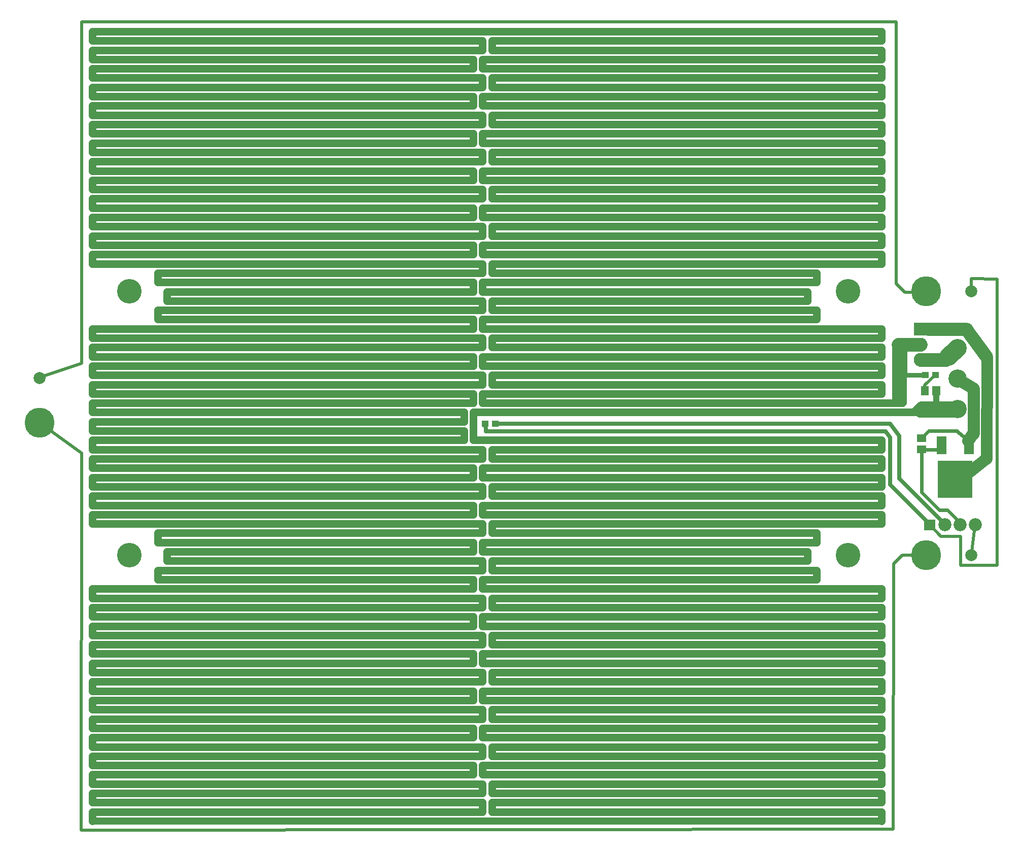
<source format=gbr>
G04 start of page 3 for group 1 idx 1 *
G04 Title: (unknown), solder *
G04 Creator: pcb 20091103 *
G04 CreationDate: Wed 16 Nov 2011 10:52:43 GMT UTC *
G04 For: jeanmarc *
G04 Format: Gerber/RS-274X *
G04 PCB-Dimensions: 657480 551181 *
G04 PCB-Coordinate-Origin: lower left *
%MOIN*%
%FSLAX25Y25*%
%LNBACK*%
%ADD11C,0.0200*%
%ADD12C,0.0860*%
%ADD13C,0.0788*%
%ADD14C,0.1968*%
%ADD15C,0.1200*%
%ADD16C,0.0900*%
%ADD17C,0.1615*%
%ADD18C,0.0382*%
%ADD19C,0.1260*%
%ADD20C,0.1575*%
%ADD21C,0.0551*%
%ADD22C,0.0791*%
%ADD23C,0.0197*%
%ADD24C,0.0751*%
%ADD25C,0.0247*%
%ADD26C,0.0398*%
%ADD27C,0.0198*%
%ADD28C,0.0250*%
%ADD29C,0.0512*%
%ADD30C,0.0901*%
%ADD31C,0.0298*%
%ADD32C,0.0851*%
%ADD33C,0.1201*%
%ADD34C,0.0472*%
%ADD35R,0.0512X0.0512*%
%ADD36R,0.0394X0.0394*%
%ADD37R,0.0630X0.0630*%
%ADD38R,0.2280X0.2280*%
G54D21*X611622Y284803D02*X610000Y283181D01*
G54D22*X629684Y298235D02*X619111Y304465D01*
G54D21*X620977Y284803D02*X611622D01*
X618977D02*X616599Y287181D01*
G54D22*X625993Y263894D02*X629488Y268890D01*
G54D11*X645000Y182181D02*Y370181D01*
G54D22*X629683Y268676D02*X629684Y298235D01*
G54D23*X628000Y370181D02*X628123Y362445D01*
G54D24*X637952Y252582D02*X621764Y239378D01*
X638346Y318315D02*X638000Y252181D01*
G54D11*X621000Y201181D02*X608000D01*
X600528Y209252D02*X608000Y201181D01*
G54D25*X612338Y218512D02*X620724Y210126D01*
X595387Y258275D02*Y230321D01*
G54D23*X595462Y258350D02*X595387Y258275D01*
G54D25*X607196Y218512D02*X612338D01*
G54D21*X616355Y282181D02*X618977Y284803D01*
G54D26*X605000Y297181D02*Y286181D01*
G54D27*X597520Y297181D02*Y300403D01*
X604298Y307181D01*
G54D11*X628149Y188913D02*X630724Y210126D01*
X577000Y183181D02*X582590Y188984D01*
X598338D01*
X621000Y201181D02*Y182181D01*
G54D21*X621764Y239378D02*X617433D01*
G54D25*X626433Y263825D02*X618424Y270480D01*
G54D11*X621000Y182181D02*X645000D01*
G54D25*X607252Y258350D02*X595462D01*
G54D28*X580787Y267189D02*Y239189D01*
X610905Y208827D01*
G54D25*X595387Y230321D02*X607196Y218512D01*
X600112Y270480D02*X595387Y265755D01*
G54D11*X578787Y367189D02*X578574Y539197D01*
G54D29*X569205Y484063D02*Y477961D01*
Y471858D02*Y465756D01*
Y459654D02*Y453551D01*
G54D23*X645000Y370181D02*X628126Y370387D01*
G54D11*X578787Y367189D02*X584481Y361495D01*
X598370D01*
G54D29*X569205Y447449D02*Y441346D01*
Y435244D02*Y429142D01*
Y423039D02*Y416937D01*
Y410835D02*Y404732D01*
Y398630D02*Y392528D01*
Y386425D02*Y380323D01*
G54D30*X611449Y317275D02*X594796D01*
Y327275D02*X587873D01*
G54D21*X578787Y327189D02*Y289189D01*
G54D31*X598000Y307181D02*X584000D01*
G54D21*X583000Y324181D02*X582787Y289189D01*
G54D29*X569205Y337606D02*Y331504D01*
Y325402D02*Y319299D01*
Y313197D02*Y307094D01*
G54D32*X624961Y336819D02*X638000Y319181D01*
G54D21*X618505Y327275D02*X620977Y324803D01*
G54D33*X618977D02*X613000Y319181D01*
G54D32*X600000Y337181D02*X625000D01*
G54D30*X580000Y327181D02*X594796Y327275D01*
G54D21*X616599Y287181D02*X595000D01*
X591000Y283181D01*
X594000Y282181D02*X616355D01*
G54D29*X312905Y20283D02*X569205D01*
Y14181D02*Y20283D01*
X312905Y63000D02*Y56897D01*
Y38590D02*Y32488D01*
X569205D01*
Y38590D02*X312905D01*
X569205Y26386D02*X312905D01*
X569205Y44693D02*Y38590D01*
Y56897D02*Y50795D01*
Y69102D02*Y63000D01*
X312905Y81307D02*X569205D01*
X306803D02*Y87409D01*
X569205D02*X312905D01*
X569205Y75205D02*X306803D01*
X569205Y81307D02*Y75205D01*
X312905Y87409D02*Y81307D01*
X569205Y63000D02*X312905D01*
X306803Y44693D02*X569205D01*
X312905Y56897D02*X569205D01*
X306803Y32488D02*Y38590D01*
X569205Y50795D02*X306803D01*
X300700Y44693D02*Y50795D01*
Y69102D02*Y75205D01*
G54D25*X618622Y270480D02*X600112D01*
G54D28*X574787Y275189D02*X580787Y267189D01*
G54D29*X569205Y264378D02*Y258276D01*
X300700Y282685D02*X609716D01*
G54D28*X571787Y270189D02*X574787Y266189D01*
G54D11*X576685Y8850D02*X577000Y183181D01*
G54D29*X569205Y215559D02*Y209457D01*
Y239968D02*Y233866D01*
X312905D02*Y227764D01*
Y185047D02*Y178945D01*
X526488D02*Y172842D01*
X306803Y117921D02*X569205D01*
Y111819D02*X312905D01*
X569205Y136228D02*X312905D01*
Y130126D02*X569205D01*
X306803D02*Y136228D01*
Y56897D02*Y63000D01*
Y20283D02*Y26386D01*
Y75205D02*Y69102D01*
X569205Y105716D02*Y99614D01*
Y93512D02*Y87409D01*
X306803Y93512D02*X569205D01*
Y99614D02*X306803D01*
X312905Y105716D02*X569205D01*
X306803Y69102D02*X569205D01*
X306803Y294890D02*Y288787D01*
X294598Y264378D02*Y270480D01*
X300700Y142331D02*Y148433D01*
X312905Y154535D02*X569205D01*
X312905Y178945D02*X526488D01*
G54D28*X309000Y270181D02*X570787Y270189D01*
G54D29*X312905Y252173D02*X569205D01*
Y264378D02*X300700D01*
X569205Y233866D02*X312905D01*
G54D28*X574787Y235189D02*X600307Y209457D01*
X314330Y275189D02*X574787D01*
G54D29*X569205Y294890D02*X306803D01*
Y288787D02*X581409D01*
X300700Y117921D02*Y124024D01*
X306803D02*Y117921D01*
X569205Y124024D02*X306803D01*
X520386Y355913D02*X312905D01*
X569205Y331504D02*X312905D01*
Y325402D01*
X569205D01*
Y117921D02*Y111819D01*
Y142331D02*Y136228D01*
X306803Y142331D02*X569205D01*
Y154535D02*Y148433D01*
X306803Y337606D02*X569205D01*
X312905Y203354D02*X526488D01*
X312905Y209457D02*Y203354D01*
Y227764D02*X569205D01*
X526488Y203354D02*Y197252D01*
X569205Y319299D02*X306803D01*
Y313197D01*
X569205D01*
Y307094D02*X312905D01*
X569205Y160638D02*X312905D01*
X306803Y166740D02*X569206D01*
X306803Y172842D02*Y166740D01*
X526488Y172842D02*X306803D01*
X569205Y209457D02*X312905D01*
X306803Y215559D02*X569205D01*
Y221661D02*X306803D01*
Y203354D02*Y209457D01*
Y221661D02*Y215559D01*
X569206Y160639D02*X569205Y160638D01*
X569206Y166740D02*Y160639D01*
X306803Y191150D02*X520386D01*
X306803Y178945D02*Y185047D01*
X520386Y191150D02*Y185047D01*
X526488Y197252D02*X306803D01*
Y154535D02*Y160638D01*
X300700Y239968D02*Y246071D01*
X312905Y160638D02*Y154535D01*
X569205Y258276D02*X312905D01*
Y252173D01*
X569205Y246071D02*X306803D01*
Y239968D02*X569205D01*
Y300992D02*Y294890D01*
G54D28*X574787Y266189D02*Y235189D01*
G54D29*X569205Y252173D02*Y246071D01*
Y227764D02*Y221661D01*
X312905Y307094D02*Y300992D01*
X306803Y252173D02*Y258276D01*
X312905Y300992D02*X569205D01*
X312905Y355913D02*Y349811D01*
Y380323D02*Y374220D01*
X300700Y264378D02*Y282685D01*
Y215559D02*Y221661D01*
X306803Y246071D02*Y239968D01*
X312905Y429142D02*Y423039D01*
X306803Y416937D02*Y410835D01*
Y392528D02*Y386425D01*
Y368118D02*Y362016D01*
X312905Y404732D02*Y398630D01*
X569205Y477961D02*X312905D01*
Y471858D02*X569205D01*
X312905Y477961D02*Y471858D01*
X569205Y465756D02*X306803D01*
Y459654D01*
X569205D01*
Y453551D02*X312905D01*
Y447449D02*X569205D01*
X312905Y453551D02*Y447449D01*
X306803Y441346D02*Y435244D01*
X569205Y441346D02*X306803D01*
Y435244D02*X569205D01*
Y429142D02*X312905D01*
Y423039D02*X569205D01*
Y416937D02*X306803D01*
Y410835D02*X569205D01*
Y404732D02*X312905D01*
Y398630D02*X569205D01*
Y392528D02*X306803D01*
Y386425D02*X569205D01*
Y380323D02*X312905D01*
X526488Y374220D02*Y368118D01*
X312905Y374220D02*X526488D01*
Y368118D02*X306803D01*
Y362016D02*X520386D01*
G54D11*X578574Y539197D02*X43220Y539283D01*
G54D29*X306803Y526780D02*X50504D01*
X306803Y343709D02*Y337606D01*
X312905Y349811D02*X526488D01*
Y343709D01*
X306803D01*
X300700Y337606D02*Y343709D01*
X306803Y349811D02*Y355913D01*
X520386Y362016D02*Y355913D01*
X300700Y362016D02*Y368118D01*
Y246071D02*X50504D01*
Y252173D02*X306803D01*
Y258276D02*X50504D01*
X306803Y233866D02*X50504D01*
X306803Y227764D02*Y233866D01*
X50504Y227764D02*X306803D01*
X50504Y239968D02*X300700D01*
G54D28*X309000Y270181D02*X308638Y275189D01*
G54D29*X306803Y197252D02*Y191150D01*
X520386Y185047D02*X312905D01*
X93220Y197252D02*Y203354D01*
X99322Y185047D02*Y191150D01*
X294598Y270480D02*X50504D01*
Y264378D02*X294598D01*
X50504Y276583D02*X294598D01*
Y282685D01*
X50504Y270480D02*Y276583D01*
X294598Y282685D02*X50504D01*
Y288787D01*
X300700D01*
Y294890D01*
X306803Y300992D02*Y307094D01*
X300700Y313197D02*Y319299D01*
Y294890D02*X50504D01*
Y300992D01*
X306803D01*
Y307094D02*X50504D01*
Y313197D01*
X300700D01*
G54D11*X43220Y539283D02*Y314968D01*
G54D29*X50504Y319299D02*Y325402D01*
Y331504D02*Y337606D01*
Y380323D02*Y386425D01*
Y392528D02*Y398630D01*
Y404732D02*Y410835D01*
X300700Y319299D02*X50504D01*
Y325402D02*X306803D01*
Y331504D01*
X50504D01*
Y337606D02*X300700D01*
Y343709D02*X93220D01*
Y349811D01*
X306803D01*
Y355913D02*X99322D01*
Y362016D01*
X300700D01*
Y368118D02*X93220D01*
Y374220D01*
X306803D01*
Y380323D01*
X300700Y386425D02*Y392528D01*
X306803Y398630D02*Y404732D01*
X300700Y410835D02*Y416937D01*
X306803Y380323D02*X50504D01*
Y386425D02*X300700D01*
Y392528D02*X50504D01*
Y398630D02*X306803D01*
Y404732D02*X50504D01*
Y410835D02*X300700D01*
Y416937D02*X50504D01*
X312905Y26386D02*Y20283D01*
X306803Y50795D02*Y44693D01*
Y26386D02*X50504D01*
G54D34*Y14181D02*X569205D01*
G54D11*X43000Y8181D02*X576685Y8850D01*
G54D29*X569205Y148433D02*X306803D01*
X50504Y142331D02*X300700D01*
X50504Y148433D02*Y154535D01*
X300700Y148433D02*X50504D01*
X300700Y93512D02*Y99614D01*
X312905Y136228D02*Y130126D01*
X306803Y148433D02*Y142331D01*
Y99614D02*Y93512D01*
Y105716D02*Y111819D01*
X50504Y50795D02*Y56897D01*
Y87409D02*Y93512D01*
Y111819D02*Y117921D01*
Y124024D02*Y130126D01*
Y136228D02*Y142331D01*
Y93512D02*X300700D01*
X50504Y105716D02*X306803D01*
Y136228D02*X50504D01*
Y130126D02*X306803D01*
X300700Y124024D02*X50504D01*
X312905Y111819D02*Y105716D01*
X50504Y81307D02*X306803D01*
Y63000D02*X50504D01*
X306803Y87409D02*X50504D01*
X300700Y99614D02*X50504D01*
Y63000D02*Y69102D01*
Y56897D02*X306803D01*
X569205Y130126D02*Y124024D01*
Y32488D02*Y26386D01*
X50504Y20283D02*X306803D01*
Y38590D02*X50504D01*
Y44693D02*X300700D01*
X50504Y32488D02*X306803D01*
X300700Y50795D02*X50504D01*
Y69102D02*X300700D01*
X50504Y99614D02*Y105716D01*
X300700Y75205D02*X50504D01*
Y81307D01*
X306803Y111819D02*X50504D01*
Y117921D02*X300700D01*
X50504Y38590D02*Y44693D01*
Y26386D02*Y32488D01*
Y14181D02*Y20283D01*
G54D11*X43220Y255913D02*X43000Y8181D01*
X15566Y275686D02*X43220Y255913D01*
G54D29*X50504Y258276D02*Y264378D01*
Y246071D02*Y252173D01*
Y160638D02*Y166740D01*
Y209457D02*Y215559D01*
Y233866D02*Y239968D01*
Y221661D02*Y227764D01*
G54D11*X43220Y314968D02*X15349Y305479D01*
G54D29*X50504Y154535D02*X306803D01*
X50504Y166740D02*X300700D01*
X93220Y178945D02*X306803D01*
X300700Y172842D02*X93220D01*
Y178945D01*
X306803Y160638D02*X50504D01*
X99322Y191150D02*X300700D01*
Y197252D02*X93220D01*
X306803Y185047D02*X99322D01*
X93220Y203354D02*X306803D01*
X300700Y191150D02*Y197252D01*
Y221661D02*X50504D01*
Y215559D02*X300700D01*
X306803Y209457D02*X50504D01*
X300700Y166740D02*Y172842D01*
X50504Y423039D02*X306803D01*
Y429142D02*X50504D01*
Y435244D02*X300700D01*
Y441346D02*X50504D01*
Y447449D02*X306803D01*
Y453551D02*X50504D01*
Y459654D02*X300700D01*
Y465756D02*X50504D01*
Y471858D02*X306803D01*
Y477961D02*X50504D01*
Y484063D02*X300700D01*
Y490165D02*X50504D01*
Y496268D02*X306803D01*
Y502370D02*X50504D01*
Y508472D02*X300700D01*
Y514575D02*X50504D01*
Y520677D02*X306803D01*
Y514575D02*Y508472D01*
Y490165D02*Y484063D01*
X50504Y416937D02*Y423039D01*
Y429142D02*Y435244D01*
Y441346D02*Y447449D01*
Y453551D02*Y459654D01*
Y465756D02*Y471858D01*
Y477961D02*Y484063D01*
Y490165D02*Y496268D01*
Y502370D02*Y508472D01*
Y514575D02*Y520677D01*
Y526780D02*Y532882D01*
X306803Y423039D02*Y429142D01*
X300700Y435244D02*Y441346D01*
X306803Y447449D02*Y453551D01*
X300700Y459654D02*Y465756D01*
X306803Y471858D02*Y477961D01*
X300700Y484063D02*Y490165D01*
X306803Y496268D02*Y502370D01*
X312905D02*Y496268D01*
X300700Y508472D02*Y514575D01*
X306803Y520677D02*Y526780D01*
X50504Y532882D02*X569205D01*
X312905Y526780D02*Y520677D01*
X569205Y532882D02*Y526780D01*
X312905D01*
Y520677D02*X569205D01*
Y514575D01*
Y508472D02*Y502370D01*
Y496268D02*Y490165D01*
Y514575D02*X306803D01*
Y508472D02*X569205D01*
Y502370D02*X312905D01*
Y496268D02*X569205D01*
Y490165D02*X306803D01*
Y484063D02*X569205D01*
G54D11*G36*
X597174Y212298D02*Y205198D01*
X604274D01*
Y212298D01*
X597174D01*
G37*
G54D12*X610724Y208748D03*
X620724D03*
X630724D03*
G54D13*X627952Y188976D03*
G54D14*X598425D03*
G54D15*X618977Y324803D03*
Y304803D03*
Y284803D03*
G54D11*G36*
X590546Y341525D02*Y333025D01*
X599046D01*
Y341525D01*
X590546D01*
G37*
G54D14*X598370Y362158D03*
G54D16*X594796Y327275D03*
Y317275D03*
G54D13*X15566Y305213D03*
G54D14*Y275686D03*
G54D13*X627897Y362158D03*
G54D17*X74716Y362213D03*
Y188984D03*
X547157Y362213D03*
Y188984D03*
G54D35*X597520Y297181D02*Y296395D01*
X605000Y297181D02*Y296395D01*
X594991Y258277D02*X595777D01*
X594991Y265757D02*X595777D01*
G54D36*X604298Y307181D02*X604692D01*
X597606D02*X598000D01*
X314936Y275189D02*X315330D01*
X308244D02*X308638D01*
G54D37*X608433Y263825D02*Y258325D01*
X626433Y263825D02*Y258325D01*
G54D38*X617433Y239575D02*Y237975D01*
G54D18*G54D19*G54D18*G54D19*G54D18*G54D19*G54D18*G54D20*M02*

</source>
